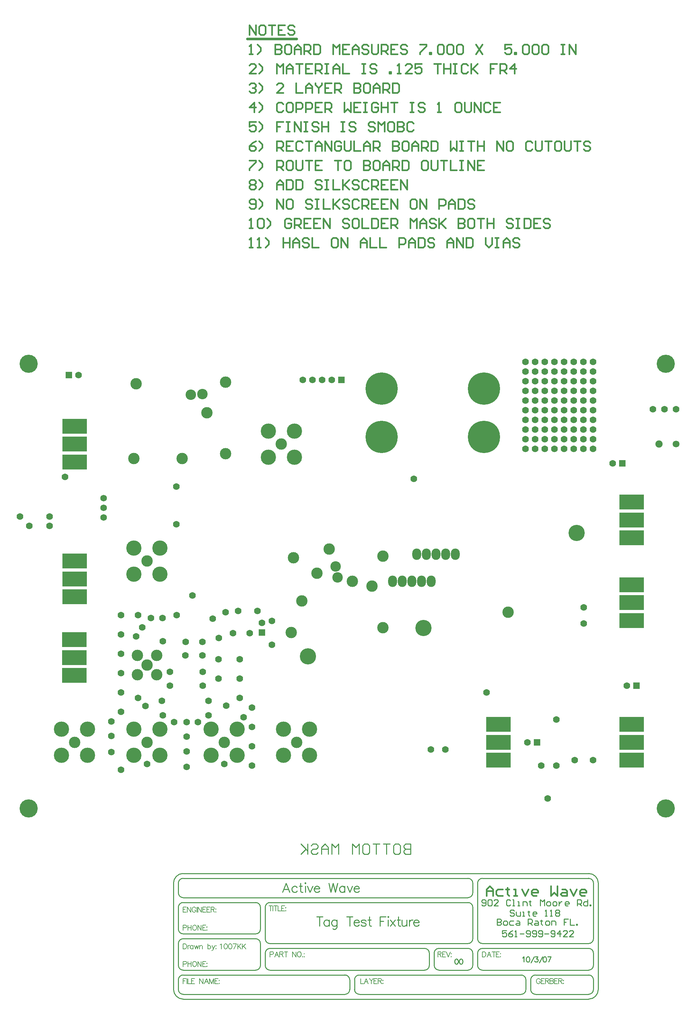
<source format=gbs>
%FSLAX24Y24*%
%MOIN*%
G70*
G01*
G75*
G04 Layer_Color=12517567*
%ADD10R,0.2500X0.1500*%
%ADD11R,0.0500X0.0600*%
%ADD12R,0.1500X0.2500*%
%ADD13R,0.0600X0.0500*%
%ADD14R,0.0300X0.0300*%
%ADD15R,0.0300X0.0300*%
%ADD16O,0.0157X0.0472*%
%ADD17O,0.0800X0.0240*%
%ADD18R,0.0360X0.0360*%
%ADD19R,0.0500X0.0360*%
%ADD20R,0.1102X0.0965*%
%ADD21R,0.0550X0.0400*%
%ADD22R,0.1250X0.0750*%
%ADD23R,0.0820X0.1500*%
%ADD24R,0.4500X0.3500*%
%ADD25C,0.0080*%
%ADD26C,0.0200*%
%ADD27C,0.0250*%
%ADD28C,0.0500*%
%ADD29C,0.0350*%
%ADD30C,0.0100*%
%ADD31C,0.0400*%
%ADD32C,0.0300*%
%ADD33C,0.0780*%
%ADD34C,0.0150*%
%ADD35C,0.1080*%
%ADD36C,0.0090*%
%ADD37C,0.0050*%
%ADD38C,0.1100*%
%ADD39C,0.1000*%
%ADD40C,0.1600*%
%ADD41O,0.0830X0.1100*%
%ADD42C,0.1500*%
%ADD43C,0.0620*%
%ADD44R,0.2500X0.1500*%
%ADD45C,0.1800*%
%ADD46R,0.0620X0.0620*%
%ADD47C,0.0600*%
%ADD48R,0.0620X0.0620*%
%ADD49C,0.0669*%
%ADD50C,0.0630*%
%ADD51C,0.3250*%
%ADD52C,0.1000*%
%ADD53C,0.0120*%
%ADD54R,0.2580X0.1580*%
%ADD55R,0.0580X0.0680*%
%ADD56R,0.1580X0.2580*%
%ADD57R,0.0680X0.0580*%
%ADD58R,0.0380X0.0380*%
%ADD59R,0.0380X0.0380*%
%ADD60O,0.0187X0.0502*%
%ADD61O,0.0880X0.0320*%
%ADD62R,0.0440X0.0440*%
%ADD63R,0.0580X0.0440*%
%ADD64R,0.1182X0.1045*%
%ADD65R,0.0630X0.0480*%
%ADD66R,0.1330X0.0830*%
%ADD67R,0.0900X0.1580*%
%ADD68R,0.4580X0.3580*%
%ADD69C,0.1180*%
%ADD70C,0.1080*%
%ADD71C,0.1680*%
%ADD72O,0.0910X0.1180*%
%ADD73C,0.1580*%
%ADD74C,0.0700*%
%ADD75R,0.2580X0.1580*%
%ADD76C,0.1880*%
%ADD77R,0.0700X0.0700*%
%ADD78C,0.0680*%
%ADD79R,0.0700X0.0700*%
%ADD80C,0.0749*%
%ADD81C,0.0710*%
%ADD82C,0.3330*%
D25*
X-6611Y-27291D02*
X-6560Y-27265D01*
X-6484Y-27189D01*
Y-27722D01*
X-6068Y-27189D02*
X-6144Y-27215D01*
X-6195Y-27291D01*
X-6220Y-27418D01*
Y-27494D01*
X-6195Y-27621D01*
X-6144Y-27697D01*
X-6068Y-27722D01*
X-6017D01*
X-5941Y-27697D01*
X-5890Y-27621D01*
X-5865Y-27494D01*
Y-27418D01*
X-5890Y-27291D01*
X-5941Y-27215D01*
X-6017Y-27189D01*
X-6068D01*
X-5593D02*
X-5669Y-27215D01*
X-5720Y-27291D01*
X-5745Y-27418D01*
Y-27494D01*
X-5720Y-27621D01*
X-5669Y-27697D01*
X-5593Y-27722D01*
X-5542D01*
X-5466Y-27697D01*
X-5415Y-27621D01*
X-5390Y-27494D01*
Y-27418D01*
X-5415Y-27291D01*
X-5466Y-27215D01*
X-5542Y-27189D01*
X-5593D01*
X-4915D02*
X-5169Y-27722D01*
X-5270Y-27189D02*
X-4915D01*
X-4796D02*
Y-27722D01*
X-4440Y-27189D02*
X-4796Y-27545D01*
X-4669Y-27418D02*
X-4440Y-27722D01*
X-4321Y-27189D02*
Y-27722D01*
X-3965Y-27189D02*
X-4321Y-27545D01*
X-4194Y-27418D02*
X-3965Y-27722D01*
D27*
X-3794Y66405D02*
X1306D01*
D30*
X13120Y-16864D02*
Y-17930D01*
X12587D01*
X12409Y-17752D01*
Y-17575D01*
X12587Y-17397D01*
X13120D01*
X12587D01*
X12409Y-17219D01*
Y-17041D01*
X12587Y-16864D01*
X13120D01*
X11521D02*
X11876D01*
X12054Y-17041D01*
Y-17752D01*
X11876Y-17930D01*
X11521D01*
X11343Y-17752D01*
Y-17041D01*
X11521Y-16864D01*
X10987D02*
X10276D01*
X10632D01*
Y-17930D01*
X9921Y-16864D02*
X9210D01*
X9566D01*
Y-17930D01*
X8322Y-16864D02*
X8677D01*
X8855Y-17041D01*
Y-17752D01*
X8677Y-17930D01*
X8322D01*
X8144Y-17752D01*
Y-17041D01*
X8322Y-16864D01*
X7788Y-17930D02*
Y-16864D01*
X7433Y-17219D01*
X7078Y-16864D01*
Y-17930D01*
X5656D02*
Y-16864D01*
X5300Y-17219D01*
X4945Y-16864D01*
Y-17930D01*
X4589D02*
Y-17219D01*
X4234Y-16864D01*
X3879Y-17219D01*
Y-17930D01*
Y-17397D01*
X4589D01*
X2812Y-17041D02*
X2990Y-16864D01*
X3345D01*
X3523Y-17041D01*
Y-17219D01*
X3345Y-17397D01*
X2990D01*
X2812Y-17575D01*
Y-17752D01*
X2990Y-17930D01*
X3345D01*
X3523Y-17752D01*
X2457Y-16864D02*
Y-17930D01*
Y-17575D01*
X1746Y-16864D01*
X2279Y-17397D01*
X1746Y-17930D01*
X6809Y-30912D02*
G03*
X6309Y-30412I-500J0D01*
G01*
X6321Y-32412D02*
G03*
X6809Y-31915I8J480D01*
G01*
X7809Y-30412D02*
G03*
X7309Y-30912I0J-500D01*
G01*
Y-31912D02*
G03*
X7800Y-32412I500J0D01*
G01*
X25059Y-30912D02*
G03*
X24559Y-30412I-500J0D01*
G01*
X24571Y-32412D02*
G03*
X25059Y-31915I8J480D01*
G01*
X25559Y-31922D02*
G03*
X26058Y-32412I490J0D01*
G01*
X26059Y-30412D02*
G03*
X25559Y-30912I0J-500D01*
G01*
X-2441Y-23402D02*
G03*
X-2931Y-22912I-490J0D01*
G01*
X-2921Y-26162D02*
G03*
X-2441Y-25682I0J480D01*
G01*
Y-27152D02*
G03*
X-2948Y-26662I-490J0D01*
G01*
X-1941Y-26672D02*
G03*
X-1451Y-27162I490J0D01*
G01*
X-1941Y-29422D02*
G03*
X-1451Y-29912I490J0D01*
G01*
X-2931D02*
G03*
X-2441Y-29422I0J490D01*
G01*
X15059Y-28152D02*
G03*
X14569Y-27662I-490J0D01*
G01*
Y-29912D02*
G03*
X15059Y-29413I0J490D01*
G01*
X15559Y-29402D02*
G03*
X16060Y-29912I510J0D01*
G01*
X16039Y-27662D02*
G03*
X15560Y-28167I0J-480D01*
G01*
X-1441Y-27662D02*
G03*
X-1941Y-28162I0J-500D01*
G01*
X-1441Y-22912D02*
G03*
X-1941Y-23412I0J-500D01*
G01*
X-10941Y-29412D02*
G03*
X-10450Y-29912I500J0D01*
G01*
X-10441Y-26662D02*
G03*
X-10941Y-27162I0J-500D01*
G01*
Y-25662D02*
G03*
X-10441Y-26162I500J0D01*
G01*
Y-22912D02*
G03*
X-10941Y-23412I0J-500D01*
G01*
Y-21912D02*
G03*
X-10441Y-22412I500J0D01*
G01*
Y-20412D02*
G03*
X-10941Y-20912I0J-500D01*
G01*
X19559D02*
G03*
X19059Y-20412I-500J0D01*
G01*
X20559D02*
G03*
X20059Y-20912I0J-500D01*
G01*
X19059Y-22412D02*
G03*
X19559Y-21912I0J500D01*
G01*
Y-23412D02*
G03*
X19059Y-22912I-500J0D01*
G01*
X-10441Y-30412D02*
G03*
X-10941Y-30912I0J-500D01*
G01*
X19068Y-27162D02*
G03*
X19559Y-26662I-9J500D01*
G01*
X-10941Y-31912D02*
G03*
X-10450Y-32412I500J0D01*
G01*
X19559Y-28152D02*
G03*
X19069Y-27662I-490J0D01*
G01*
X20059Y-29422D02*
G03*
X20558Y-29912I490J0D01*
G01*
X19059Y-29912D02*
G03*
X19559Y-29412I0J500D01*
G01*
X31559Y-32412D02*
G03*
X32059Y-31912I0J500D01*
G01*
X32059Y-30903D02*
G03*
X31559Y-30412I-500J-9D01*
G01*
Y-29912D02*
G03*
X32059Y-29412I0J500D01*
G01*
Y-20902D02*
G03*
X31552Y-20412I-490J0D01*
G01*
X32559Y-20912D02*
G03*
X31559Y-19912I-1000J0D01*
G01*
Y-32912D02*
G03*
X32559Y-31912I0J1000D01*
G01*
X-11441Y-31902D02*
G03*
X-10448Y-32912I1010J0D01*
G01*
X-10441Y-19912D02*
G03*
X-11441Y-20912I0J-1000D01*
G01*
X20059Y-26662D02*
G03*
X20559Y-27162I500J0D01*
G01*
X31559D02*
G03*
X32059Y-26662I0J500D01*
G01*
X20559Y-27662D02*
G03*
X20059Y-28162I0J-500D01*
G01*
X32059Y-28152D02*
G03*
X31569Y-27662I-490J0D01*
G01*
X7809Y-32412D02*
X24559D01*
X-10441D02*
X6309D01*
X-10441Y-30412D02*
X6309D01*
X7809D02*
X24559D01*
X26059Y-32412D02*
X31559D01*
X26059Y-30412D02*
X31559D01*
X-10441Y-20412D02*
X19059D01*
X-10441Y-32912D02*
X31559D01*
X-10441Y-19912D02*
X31559D01*
X-10441Y-29912D02*
X-2941D01*
X-10441Y-26662D02*
X-2941D01*
X-10441Y-26162D02*
X-2941D01*
X-10441Y-22912D02*
X-2941D01*
X-10441Y-22412D02*
X19059D01*
X-1441Y-22912D02*
X19059D01*
X-1441Y-27662D02*
X14559D01*
X-1441Y-29912D02*
X14559D01*
X16059D02*
X19059D01*
X16059Y-27662D02*
X19059D01*
X20559Y-29912D02*
X31559D01*
X20559Y-20412D02*
X31559D01*
X-1441Y-27162D02*
X19059D01*
X20559D02*
X31559D01*
X20559Y-27662D02*
X31559D01*
X6809Y-31912D02*
Y-30912D01*
X7309Y-31912D02*
Y-30912D01*
X25059Y-31912D02*
Y-30912D01*
X25559Y-31912D02*
Y-30912D01*
X32559Y-31912D02*
Y-20912D01*
X-10941Y-29412D02*
Y-27162D01*
X-2441Y-29412D02*
Y-27162D01*
X-10941Y-25662D02*
Y-23412D01*
X-2441Y-25662D02*
Y-23412D01*
X-10941Y-21912D02*
Y-20912D01*
X19559Y-21912D02*
Y-20912D01*
Y-26662D02*
Y-23412D01*
X-1941Y-26662D02*
Y-23412D01*
X15059Y-29412D02*
Y-28162D01*
X-1941Y-29412D02*
Y-28162D01*
X15559Y-29412D02*
Y-28162D01*
X19559Y-29412D02*
Y-28162D01*
X32059Y-31912D02*
Y-30912D01*
X-10941Y-31912D02*
Y-30912D01*
X-11441Y-31912D02*
Y-20912D01*
X20059Y-26662D02*
Y-20912D01*
X32059Y-26662D02*
Y-20912D01*
X20059Y-29412D02*
Y-28162D01*
X32059Y-29412D02*
Y-28152D01*
X22075Y-24619D02*
Y-25259D01*
X22395D01*
X22502Y-25152D01*
Y-25046D01*
X22395Y-24939D01*
X22075D01*
X22395D01*
X22502Y-24832D01*
Y-24726D01*
X22395Y-24619D01*
X22075D01*
X22822Y-25259D02*
X23035D01*
X23142Y-25152D01*
Y-24939D01*
X23035Y-24832D01*
X22822D01*
X22715Y-24939D01*
Y-25152D01*
X22822Y-25259D01*
X23781Y-24832D02*
X23461D01*
X23355Y-24939D01*
Y-25152D01*
X23461Y-25259D01*
X23781D01*
X24101Y-24832D02*
X24314D01*
X24421Y-24939D01*
Y-25259D01*
X24101D01*
X23995Y-25152D01*
X24101Y-25046D01*
X24421D01*
X25274Y-25259D02*
Y-24619D01*
X25594D01*
X25701Y-24726D01*
Y-24939D01*
X25594Y-25046D01*
X25274D01*
X25487D02*
X25701Y-25259D01*
X26021Y-24832D02*
X26234D01*
X26341Y-24939D01*
Y-25259D01*
X26021D01*
X25914Y-25152D01*
X26021Y-25046D01*
X26341D01*
X26660Y-24726D02*
Y-24832D01*
X26554D01*
X26767D01*
X26660D01*
Y-25152D01*
X26767Y-25259D01*
X27194D02*
X27407D01*
X27513Y-25152D01*
Y-24939D01*
X27407Y-24832D01*
X27194D01*
X27087Y-24939D01*
Y-25152D01*
X27194Y-25259D01*
X27727D02*
Y-24832D01*
X28047D01*
X28153Y-24939D01*
Y-25259D01*
X29433Y-24619D02*
X29006D01*
Y-24939D01*
X29220D01*
X29006D01*
Y-25259D01*
X29646Y-24619D02*
Y-25259D01*
X30073D01*
X30286D02*
Y-25152D01*
X30393D01*
Y-25259D01*
X30286D01*
X20475Y-23152D02*
X20582Y-23259D01*
X20795D01*
X20902Y-23152D01*
Y-22726D01*
X20795Y-22619D01*
X20582D01*
X20475Y-22726D01*
Y-22832D01*
X20582Y-22939D01*
X20902D01*
X21115Y-22726D02*
X21222Y-22619D01*
X21435D01*
X21542Y-22726D01*
Y-23152D01*
X21435Y-23259D01*
X21222D01*
X21115Y-23152D01*
Y-22726D01*
X22181Y-23259D02*
X21755D01*
X22181Y-22832D01*
Y-22726D01*
X22075Y-22619D01*
X21861D01*
X21755Y-22726D01*
X23461D02*
X23354Y-22619D01*
X23141D01*
X23034Y-22726D01*
Y-23152D01*
X23141Y-23259D01*
X23354D01*
X23461Y-23152D01*
X23674Y-23259D02*
X23887D01*
X23781D01*
Y-22619D01*
X23674D01*
X24207Y-23259D02*
X24421D01*
X24314D01*
Y-22832D01*
X24207D01*
X24741Y-23259D02*
Y-22832D01*
X25060D01*
X25167Y-22939D01*
Y-23259D01*
X25487Y-22726D02*
Y-22832D01*
X25380D01*
X25594D01*
X25487D01*
Y-23152D01*
X25594Y-23259D01*
X26553D02*
Y-22619D01*
X26767Y-22832D01*
X26980Y-22619D01*
Y-23259D01*
X27300D02*
X27513D01*
X27620Y-23152D01*
Y-22939D01*
X27513Y-22832D01*
X27300D01*
X27193Y-22939D01*
Y-23152D01*
X27300Y-23259D01*
X27939D02*
X28153D01*
X28259Y-23152D01*
Y-22939D01*
X28153Y-22832D01*
X27939D01*
X27833Y-22939D01*
Y-23152D01*
X27939Y-23259D01*
X28473Y-22832D02*
Y-23259D01*
Y-23046D01*
X28579Y-22939D01*
X28686Y-22832D01*
X28793D01*
X29432Y-23259D02*
X29219D01*
X29112Y-23152D01*
Y-22939D01*
X29219Y-22832D01*
X29432D01*
X29539Y-22939D01*
Y-23046D01*
X29112D01*
X30392Y-23259D02*
Y-22619D01*
X30712D01*
X30819Y-22726D01*
Y-22939D01*
X30712Y-23046D01*
X30392D01*
X30605D02*
X30819Y-23259D01*
X31458Y-22619D02*
Y-23259D01*
X31138D01*
X31032Y-23152D01*
Y-22939D01*
X31138Y-22832D01*
X31458D01*
X31672Y-23259D02*
Y-23152D01*
X31778D01*
Y-23259D01*
X31672D01*
X23052Y-25819D02*
X22625D01*
Y-26139D01*
X22838Y-26032D01*
X22945D01*
X23052Y-26139D01*
Y-26352D01*
X22945Y-26459D01*
X22732D01*
X22625Y-26352D01*
X23692Y-25819D02*
X23478Y-25926D01*
X23265Y-26139D01*
Y-26352D01*
X23372Y-26459D01*
X23585D01*
X23692Y-26352D01*
Y-26246D01*
X23585Y-26139D01*
X23265D01*
X23905Y-26459D02*
X24118D01*
X24011D01*
Y-25819D01*
X23905Y-25926D01*
X24438Y-26139D02*
X24864D01*
X25078Y-26352D02*
X25184Y-26459D01*
X25398D01*
X25504Y-26352D01*
Y-25926D01*
X25398Y-25819D01*
X25184D01*
X25078Y-25926D01*
Y-26032D01*
X25184Y-26139D01*
X25504D01*
X25718Y-26352D02*
X25824Y-26459D01*
X26037D01*
X26144Y-26352D01*
Y-25926D01*
X26037Y-25819D01*
X25824D01*
X25718Y-25926D01*
Y-26032D01*
X25824Y-26139D01*
X26144D01*
X26357Y-26352D02*
X26464Y-26459D01*
X26677D01*
X26784Y-26352D01*
Y-25926D01*
X26677Y-25819D01*
X26464D01*
X26357Y-25926D01*
Y-26032D01*
X26464Y-26139D01*
X26784D01*
X26997D02*
X27424D01*
X27637Y-26352D02*
X27744Y-26459D01*
X27957D01*
X28063Y-26352D01*
Y-25926D01*
X27957Y-25819D01*
X27744D01*
X27637Y-25926D01*
Y-26032D01*
X27744Y-26139D01*
X28063D01*
X28597Y-26459D02*
Y-25819D01*
X28277Y-26139D01*
X28703D01*
X29343Y-26459D02*
X28917D01*
X29343Y-26032D01*
Y-25926D01*
X29236Y-25819D01*
X29023D01*
X28917Y-25926D01*
X29983Y-26459D02*
X29556D01*
X29983Y-26032D01*
Y-25926D01*
X29876Y-25819D01*
X29663D01*
X29556Y-25926D01*
X23852Y-23776D02*
X23745Y-23669D01*
X23532D01*
X23425Y-23776D01*
Y-23882D01*
X23532Y-23989D01*
X23745D01*
X23852Y-24096D01*
Y-24202D01*
X23745Y-24309D01*
X23532D01*
X23425Y-24202D01*
X24065Y-23882D02*
Y-24202D01*
X24172Y-24309D01*
X24492D01*
Y-23882D01*
X24705Y-24309D02*
X24918D01*
X24811D01*
Y-23882D01*
X24705D01*
X25345Y-23776D02*
Y-23882D01*
X25238D01*
X25451D01*
X25345D01*
Y-24202D01*
X25451Y-24309D01*
X26091D02*
X25878D01*
X25771Y-24202D01*
Y-23989D01*
X25878Y-23882D01*
X26091D01*
X26198Y-23989D01*
Y-24096D01*
X25771D01*
X27051Y-24309D02*
X27264D01*
X27157D01*
Y-23669D01*
X27051Y-23776D01*
X27584Y-24309D02*
X27797D01*
X27691D01*
Y-23669D01*
X27584Y-23776D01*
X28117D02*
X28224Y-23669D01*
X28437D01*
X28544Y-23776D01*
Y-23882D01*
X28437Y-23989D01*
X28544Y-24096D01*
Y-24202D01*
X28437Y-24309D01*
X28224D01*
X28117Y-24202D01*
Y-24096D01*
X28224Y-23989D01*
X28117Y-23882D01*
Y-23776D01*
X28224Y-23989D02*
X28437D01*
D34*
X20975Y-22209D02*
Y-21543D01*
X21308Y-21209D01*
X21642Y-21543D01*
Y-22209D01*
Y-21709D01*
X20975D01*
X22641Y-21543D02*
X22142D01*
X21975Y-21709D01*
Y-22042D01*
X22142Y-22209D01*
X22641D01*
X23141Y-21376D02*
Y-21543D01*
X22975D01*
X23308D01*
X23141D01*
Y-22042D01*
X23308Y-22209D01*
X23808D02*
X24141D01*
X23974D01*
Y-21543D01*
X23808D01*
X24641D02*
X24974Y-22209D01*
X25307Y-21543D01*
X26140Y-22209D02*
X25807D01*
X25640Y-22042D01*
Y-21709D01*
X25807Y-21543D01*
X26140D01*
X26307Y-21709D01*
Y-21876D01*
X25640D01*
X27640Y-21209D02*
Y-22209D01*
X27973Y-21876D01*
X28306Y-22209D01*
Y-21209D01*
X28806Y-21543D02*
X29139D01*
X29306Y-21709D01*
Y-22209D01*
X28806D01*
X28639Y-22042D01*
X28806Y-21876D01*
X29306D01*
X29639Y-21543D02*
X29972Y-22209D01*
X30306Y-21543D01*
X31139Y-22209D02*
X30805D01*
X30639Y-22042D01*
Y-21709D01*
X30805Y-21543D01*
X31139D01*
X31305Y-21709D01*
Y-21876D01*
X30639D01*
X-3594Y44855D02*
X-3261D01*
X-3427D01*
Y45855D01*
X-3594Y45688D01*
X-2761Y44855D02*
X-2428D01*
X-2594D01*
Y45855D01*
X-2761Y45688D01*
X-1928Y44855D02*
X-1595Y45188D01*
Y45521D01*
X-1928Y45855D01*
X-95D02*
Y44855D01*
Y45355D01*
X571D01*
Y45855D01*
Y44855D01*
X905D02*
Y45521D01*
X1238Y45855D01*
X1571Y45521D01*
Y44855D01*
Y45355D01*
X905D01*
X2571Y45688D02*
X2404Y45855D01*
X2071D01*
X1904Y45688D01*
Y45521D01*
X2071Y45355D01*
X2404D01*
X2571Y45188D01*
Y45022D01*
X2404Y44855D01*
X2071D01*
X1904Y45022D01*
X2904Y45855D02*
Y44855D01*
X3570D01*
X5403Y45855D02*
X5070D01*
X4903Y45688D01*
Y45022D01*
X5070Y44855D01*
X5403D01*
X5570Y45022D01*
Y45688D01*
X5403Y45855D01*
X5903Y44855D02*
Y45855D01*
X6569Y44855D01*
Y45855D01*
X7902Y44855D02*
Y45521D01*
X8235Y45855D01*
X8569Y45521D01*
Y44855D01*
Y45355D01*
X7902D01*
X8902Y45855D02*
Y44855D01*
X9568D01*
X9902Y45855D02*
Y44855D01*
X10568D01*
X11901D02*
Y45855D01*
X12401D01*
X12567Y45688D01*
Y45355D01*
X12401Y45188D01*
X11901D01*
X12901Y44855D02*
Y45521D01*
X13234Y45855D01*
X13567Y45521D01*
Y44855D01*
Y45355D01*
X12901D01*
X13900Y45855D02*
Y44855D01*
X14400D01*
X14567Y45022D01*
Y45688D01*
X14400Y45855D01*
X13900D01*
X15566Y45688D02*
X15400Y45855D01*
X15067D01*
X14900Y45688D01*
Y45521D01*
X15067Y45355D01*
X15400D01*
X15566Y45188D01*
Y45022D01*
X15400Y44855D01*
X15067D01*
X14900Y45022D01*
X16899Y44855D02*
Y45521D01*
X17233Y45855D01*
X17566Y45521D01*
Y44855D01*
Y45355D01*
X16899D01*
X17899Y44855D02*
Y45855D01*
X18565Y44855D01*
Y45855D01*
X18899D02*
Y44855D01*
X19399D01*
X19565Y45022D01*
Y45688D01*
X19399Y45855D01*
X18899D01*
X20898D02*
Y45188D01*
X21231Y44855D01*
X21565Y45188D01*
Y45855D01*
X21898D02*
X22231D01*
X22064D01*
Y44855D01*
X21898D01*
X22231D01*
X22731D02*
Y45521D01*
X23064Y45855D01*
X23397Y45521D01*
Y44855D01*
Y45355D01*
X22731D01*
X24397Y45688D02*
X24230Y45855D01*
X23897D01*
X23730Y45688D01*
Y45521D01*
X23897Y45355D01*
X24230D01*
X24397Y45188D01*
Y45022D01*
X24230Y44855D01*
X23897D01*
X23730Y45022D01*
X-2928Y62855D02*
X-3594D01*
X-2928Y63521D01*
Y63688D01*
X-3094Y63855D01*
X-3427D01*
X-3594Y63688D01*
X-2594Y62855D02*
X-2261Y63188D01*
Y63521D01*
X-2594Y63855D01*
X-762Y62855D02*
Y63855D01*
X-428Y63521D01*
X-95Y63855D01*
Y62855D01*
X238D02*
Y63521D01*
X571Y63855D01*
X905Y63521D01*
Y62855D01*
Y63355D01*
X238D01*
X1238Y63855D02*
X1904D01*
X1571D01*
Y62855D01*
X2904Y63855D02*
X2237D01*
Y62855D01*
X2904D01*
X2237Y63355D02*
X2571D01*
X3237Y62855D02*
Y63855D01*
X3737D01*
X3904Y63688D01*
Y63355D01*
X3737Y63188D01*
X3237D01*
X3570D02*
X3904Y62855D01*
X4237Y63855D02*
X4570D01*
X4403D01*
Y62855D01*
X4237D01*
X4570D01*
X5070D02*
Y63521D01*
X5403Y63855D01*
X5736Y63521D01*
Y62855D01*
Y63355D01*
X5070D01*
X6069Y63855D02*
Y62855D01*
X6736D01*
X8069Y63855D02*
X8402D01*
X8235D01*
Y62855D01*
X8069D01*
X8402D01*
X9568Y63688D02*
X9402Y63855D01*
X9069D01*
X8902Y63688D01*
Y63521D01*
X9069Y63355D01*
X9402D01*
X9568Y63188D01*
Y63022D01*
X9402Y62855D01*
X9069D01*
X8902Y63022D01*
X10901Y62855D02*
Y63022D01*
X11068D01*
Y62855D01*
X10901D01*
X11734D02*
X12068D01*
X11901D01*
Y63855D01*
X11734Y63688D01*
X13234Y62855D02*
X12567D01*
X13234Y63521D01*
Y63688D01*
X13067Y63855D01*
X12734D01*
X12567Y63688D01*
X14234Y63855D02*
X13567D01*
Y63355D01*
X13900Y63521D01*
X14067D01*
X14234Y63355D01*
Y63022D01*
X14067Y62855D01*
X13734D01*
X13567Y63022D01*
X15566Y63855D02*
X16233D01*
X15900D01*
Y62855D01*
X16566Y63855D02*
Y62855D01*
Y63355D01*
X17233D01*
Y63855D01*
Y62855D01*
X17566Y63855D02*
X17899D01*
X17732D01*
Y62855D01*
X17566D01*
X17899D01*
X19065Y63688D02*
X18899Y63855D01*
X18565D01*
X18399Y63688D01*
Y63022D01*
X18565Y62855D01*
X18899D01*
X19065Y63022D01*
X19399Y63855D02*
Y62855D01*
Y63188D01*
X20065Y63855D01*
X19565Y63355D01*
X20065Y62855D01*
X22064Y63855D02*
X21398D01*
Y63355D01*
X21731D01*
X21398D01*
Y62855D01*
X22398D02*
Y63855D01*
X22897D01*
X23064Y63688D01*
Y63355D01*
X22897Y63188D01*
X22398D01*
X22731D02*
X23064Y62855D01*
X23897D02*
Y63855D01*
X23397Y63355D01*
X24064D01*
X-3594Y49022D02*
X-3427Y48855D01*
X-3094D01*
X-2928Y49022D01*
Y49688D01*
X-3094Y49855D01*
X-3427D01*
X-3594Y49688D01*
Y49521D01*
X-3427Y49355D01*
X-2928D01*
X-2594Y48855D02*
X-2261Y49188D01*
Y49521D01*
X-2594Y49855D01*
X-762Y48855D02*
Y49855D01*
X-95Y48855D01*
Y49855D01*
X738D02*
X405D01*
X238Y49688D01*
Y49022D01*
X405Y48855D01*
X738D01*
X905Y49022D01*
Y49688D01*
X738Y49855D01*
X2904Y49688D02*
X2737Y49855D01*
X2404D01*
X2237Y49688D01*
Y49521D01*
X2404Y49355D01*
X2737D01*
X2904Y49188D01*
Y49022D01*
X2737Y48855D01*
X2404D01*
X2237Y49022D01*
X3237Y49855D02*
X3570D01*
X3404D01*
Y48855D01*
X3237D01*
X3570D01*
X4070Y49855D02*
Y48855D01*
X4737D01*
X5070Y49855D02*
Y48855D01*
Y49188D01*
X5736Y49855D01*
X5236Y49355D01*
X5736Y48855D01*
X6736Y49688D02*
X6569Y49855D01*
X6236D01*
X6069Y49688D01*
Y49521D01*
X6236Y49355D01*
X6569D01*
X6736Y49188D01*
Y49022D01*
X6569Y48855D01*
X6236D01*
X6069Y49022D01*
X7736Y49688D02*
X7569Y49855D01*
X7236D01*
X7069Y49688D01*
Y49022D01*
X7236Y48855D01*
X7569D01*
X7736Y49022D01*
X8069Y48855D02*
Y49855D01*
X8569D01*
X8735Y49688D01*
Y49355D01*
X8569Y49188D01*
X8069D01*
X8402D02*
X8735Y48855D01*
X9735Y49855D02*
X9069D01*
Y48855D01*
X9735D01*
X9069Y49355D02*
X9402D01*
X10735Y49855D02*
X10068D01*
Y48855D01*
X10735D01*
X10068Y49355D02*
X10401D01*
X11068Y48855D02*
Y49855D01*
X11734Y48855D01*
Y49855D01*
X13567D02*
X13234D01*
X13067Y49688D01*
Y49022D01*
X13234Y48855D01*
X13567D01*
X13734Y49022D01*
Y49688D01*
X13567Y49855D01*
X14067Y48855D02*
Y49855D01*
X14733Y48855D01*
Y49855D01*
X16066Y48855D02*
Y49855D01*
X16566D01*
X16733Y49688D01*
Y49355D01*
X16566Y49188D01*
X16066D01*
X17066Y48855D02*
Y49521D01*
X17399Y49855D01*
X17732Y49521D01*
Y48855D01*
Y49355D01*
X17066D01*
X18066Y49855D02*
Y48855D01*
X18565D01*
X18732Y49022D01*
Y49688D01*
X18565Y49855D01*
X18066D01*
X19732Y49688D02*
X19565Y49855D01*
X19232D01*
X19065Y49688D01*
Y49521D01*
X19232Y49355D01*
X19565D01*
X19732Y49188D01*
Y49022D01*
X19565Y48855D01*
X19232D01*
X19065Y49022D01*
X-3594Y51688D02*
X-3427Y51855D01*
X-3094D01*
X-2928Y51688D01*
Y51521D01*
X-3094Y51355D01*
X-2928Y51188D01*
Y51022D01*
X-3094Y50855D01*
X-3427D01*
X-3594Y51022D01*
Y51188D01*
X-3427Y51355D01*
X-3594Y51521D01*
Y51688D01*
X-3427Y51355D02*
X-3094D01*
X-2594Y50855D02*
X-2261Y51188D01*
Y51521D01*
X-2594Y51855D01*
X-762Y50855D02*
Y51521D01*
X-428Y51855D01*
X-95Y51521D01*
Y50855D01*
Y51355D01*
X-762D01*
X238Y51855D02*
Y50855D01*
X738D01*
X905Y51022D01*
Y51688D01*
X738Y51855D01*
X238D01*
X1238D02*
Y50855D01*
X1738D01*
X1904Y51022D01*
Y51688D01*
X1738Y51855D01*
X1238D01*
X3904Y51688D02*
X3737Y51855D01*
X3404D01*
X3237Y51688D01*
Y51521D01*
X3404Y51355D01*
X3737D01*
X3904Y51188D01*
Y51022D01*
X3737Y50855D01*
X3404D01*
X3237Y51022D01*
X4237Y51855D02*
X4570D01*
X4403D01*
Y50855D01*
X4237D01*
X4570D01*
X5070Y51855D02*
Y50855D01*
X5736D01*
X6069Y51855D02*
Y50855D01*
Y51188D01*
X6736Y51855D01*
X6236Y51355D01*
X6736Y50855D01*
X7736Y51688D02*
X7569Y51855D01*
X7236D01*
X7069Y51688D01*
Y51521D01*
X7236Y51355D01*
X7569D01*
X7736Y51188D01*
Y51022D01*
X7569Y50855D01*
X7236D01*
X7069Y51022D01*
X8735Y51688D02*
X8569Y51855D01*
X8235D01*
X8069Y51688D01*
Y51022D01*
X8235Y50855D01*
X8569D01*
X8735Y51022D01*
X9069Y50855D02*
Y51855D01*
X9568D01*
X9735Y51688D01*
Y51355D01*
X9568Y51188D01*
X9069D01*
X9402D02*
X9735Y50855D01*
X10735Y51855D02*
X10068D01*
Y50855D01*
X10735D01*
X10068Y51355D02*
X10401D01*
X11734Y51855D02*
X11068D01*
Y50855D01*
X11734D01*
X11068Y51355D02*
X11401D01*
X12068Y50855D02*
Y51855D01*
X12734Y50855D01*
Y51855D01*
X-3594Y53855D02*
X-2928D01*
Y53688D01*
X-3594Y53022D01*
Y52855D01*
X-2594D02*
X-2261Y53188D01*
Y53521D01*
X-2594Y53855D01*
X-762Y52855D02*
Y53855D01*
X-262D01*
X-95Y53688D01*
Y53355D01*
X-262Y53188D01*
X-762D01*
X-428D02*
X-95Y52855D01*
X738Y53855D02*
X405D01*
X238Y53688D01*
Y53022D01*
X405Y52855D01*
X738D01*
X905Y53022D01*
Y53688D01*
X738Y53855D01*
X1238D02*
Y53022D01*
X1404Y52855D01*
X1738D01*
X1904Y53022D01*
Y53855D01*
X2237D02*
X2904D01*
X2571D01*
Y52855D01*
X3904Y53855D02*
X3237D01*
Y52855D01*
X3904D01*
X3237Y53355D02*
X3570D01*
X5236Y53855D02*
X5903D01*
X5570D01*
Y52855D01*
X6736Y53855D02*
X6403D01*
X6236Y53688D01*
Y53022D01*
X6403Y52855D01*
X6736D01*
X6903Y53022D01*
Y53688D01*
X6736Y53855D01*
X8235D02*
Y52855D01*
X8735D01*
X8902Y53022D01*
Y53188D01*
X8735Y53355D01*
X8235D01*
X8735D01*
X8902Y53521D01*
Y53688D01*
X8735Y53855D01*
X8235D01*
X9735D02*
X9402D01*
X9235Y53688D01*
Y53022D01*
X9402Y52855D01*
X9735D01*
X9902Y53022D01*
Y53688D01*
X9735Y53855D01*
X10235Y52855D02*
Y53521D01*
X10568Y53855D01*
X10901Y53521D01*
Y52855D01*
Y53355D01*
X10235D01*
X11235Y52855D02*
Y53855D01*
X11734D01*
X11901Y53688D01*
Y53355D01*
X11734Y53188D01*
X11235D01*
X11568D02*
X11901Y52855D01*
X12234Y53855D02*
Y52855D01*
X12734D01*
X12901Y53022D01*
Y53688D01*
X12734Y53855D01*
X12234D01*
X14733D02*
X14400D01*
X14234Y53688D01*
Y53022D01*
X14400Y52855D01*
X14733D01*
X14900Y53022D01*
Y53688D01*
X14733Y53855D01*
X15233D02*
Y53022D01*
X15400Y52855D01*
X15733D01*
X15900Y53022D01*
Y53855D01*
X16233D02*
X16899D01*
X16566D01*
Y52855D01*
X17233Y53855D02*
Y52855D01*
X17899D01*
X18232Y53855D02*
X18565D01*
X18399D01*
Y52855D01*
X18232D01*
X18565D01*
X19065D02*
Y53855D01*
X19732Y52855D01*
Y53855D01*
X20731D02*
X20065D01*
Y52855D01*
X20731D01*
X20065Y53355D02*
X20398D01*
X-2928Y55855D02*
X-3261Y55688D01*
X-3594Y55355D01*
Y55022D01*
X-3427Y54855D01*
X-3094D01*
X-2928Y55022D01*
Y55188D01*
X-3094Y55355D01*
X-3594D01*
X-2594Y54855D02*
X-2261Y55188D01*
Y55521D01*
X-2594Y55855D01*
X-762Y54855D02*
Y55855D01*
X-262D01*
X-95Y55688D01*
Y55355D01*
X-262Y55188D01*
X-762D01*
X-428D02*
X-95Y54855D01*
X905Y55855D02*
X238D01*
Y54855D01*
X905D01*
X238Y55355D02*
X571D01*
X1904Y55688D02*
X1738Y55855D01*
X1404D01*
X1238Y55688D01*
Y55022D01*
X1404Y54855D01*
X1738D01*
X1904Y55022D01*
X2237Y55855D02*
X2904D01*
X2571D01*
Y54855D01*
X3237D02*
Y55521D01*
X3570Y55855D01*
X3904Y55521D01*
Y54855D01*
Y55355D01*
X3237D01*
X4237Y54855D02*
Y55855D01*
X4903Y54855D01*
Y55855D01*
X5903Y55688D02*
X5736Y55855D01*
X5403D01*
X5236Y55688D01*
Y55022D01*
X5403Y54855D01*
X5736D01*
X5903Y55022D01*
Y55355D01*
X5570D01*
X6236Y55855D02*
Y55022D01*
X6403Y54855D01*
X6736D01*
X6903Y55022D01*
Y55855D01*
X7236D02*
Y54855D01*
X7902D01*
X8235D02*
Y55521D01*
X8569Y55855D01*
X8902Y55521D01*
Y54855D01*
Y55355D01*
X8235D01*
X9235Y54855D02*
Y55855D01*
X9735D01*
X9902Y55688D01*
Y55355D01*
X9735Y55188D01*
X9235D01*
X9568D02*
X9902Y54855D01*
X11235Y55855D02*
Y54855D01*
X11734D01*
X11901Y55022D01*
Y55188D01*
X11734Y55355D01*
X11235D01*
X11734D01*
X11901Y55521D01*
Y55688D01*
X11734Y55855D01*
X11235D01*
X12734D02*
X12401D01*
X12234Y55688D01*
Y55022D01*
X12401Y54855D01*
X12734D01*
X12901Y55022D01*
Y55688D01*
X12734Y55855D01*
X13234Y54855D02*
Y55521D01*
X13567Y55855D01*
X13900Y55521D01*
Y54855D01*
Y55355D01*
X13234D01*
X14234Y54855D02*
Y55855D01*
X14733D01*
X14900Y55688D01*
Y55355D01*
X14733Y55188D01*
X14234D01*
X14567D02*
X14900Y54855D01*
X15233Y55855D02*
Y54855D01*
X15733D01*
X15900Y55022D01*
Y55688D01*
X15733Y55855D01*
X15233D01*
X17233D02*
Y54855D01*
X17566Y55188D01*
X17899Y54855D01*
Y55855D01*
X18232D02*
X18565D01*
X18399D01*
Y54855D01*
X18232D01*
X18565D01*
X19065Y55855D02*
X19732D01*
X19399D01*
Y54855D01*
X20065Y55855D02*
Y54855D01*
Y55355D01*
X20731D01*
Y55855D01*
Y54855D01*
X22064D02*
Y55855D01*
X22731Y54855D01*
Y55855D01*
X23564D02*
X23231D01*
X23064Y55688D01*
Y55022D01*
X23231Y54855D01*
X23564D01*
X23730Y55022D01*
Y55688D01*
X23564Y55855D01*
X25730Y55688D02*
X25563Y55855D01*
X25230D01*
X25063Y55688D01*
Y55022D01*
X25230Y54855D01*
X25563D01*
X25730Y55022D01*
X26063Y55855D02*
Y55022D01*
X26230Y54855D01*
X26563D01*
X26730Y55022D01*
Y55855D01*
X27063D02*
X27729D01*
X27396D01*
Y54855D01*
X28562Y55855D02*
X28229D01*
X28062Y55688D01*
Y55022D01*
X28229Y54855D01*
X28562D01*
X28729Y55022D01*
Y55688D01*
X28562Y55855D01*
X29062D02*
Y55022D01*
X29229Y54855D01*
X29562D01*
X29729Y55022D01*
Y55855D01*
X30062D02*
X30728D01*
X30395D01*
Y54855D01*
X31728Y55688D02*
X31561Y55855D01*
X31228D01*
X31061Y55688D01*
Y55521D01*
X31228Y55355D01*
X31561D01*
X31728Y55188D01*
Y55022D01*
X31561Y54855D01*
X31228D01*
X31061Y55022D01*
X-2928Y57855D02*
X-3594D01*
Y57355D01*
X-3261Y57521D01*
X-3094D01*
X-2928Y57355D01*
Y57022D01*
X-3094Y56855D01*
X-3427D01*
X-3594Y57022D01*
X-2594Y56855D02*
X-2261Y57188D01*
Y57521D01*
X-2594Y57855D01*
X-95D02*
X-762D01*
Y57355D01*
X-428D01*
X-762D01*
Y56855D01*
X238Y57855D02*
X571D01*
X405D01*
Y56855D01*
X238D01*
X571D01*
X1071D02*
Y57855D01*
X1738Y56855D01*
Y57855D01*
X2071D02*
X2404D01*
X2237D01*
Y56855D01*
X2071D01*
X2404D01*
X3570Y57688D02*
X3404Y57855D01*
X3070D01*
X2904Y57688D01*
Y57521D01*
X3070Y57355D01*
X3404D01*
X3570Y57188D01*
Y57022D01*
X3404Y56855D01*
X3070D01*
X2904Y57022D01*
X3904Y57855D02*
Y56855D01*
Y57355D01*
X4570D01*
Y57855D01*
Y56855D01*
X5903Y57855D02*
X6236D01*
X6069D01*
Y56855D01*
X5903D01*
X6236D01*
X7402Y57688D02*
X7236Y57855D01*
X6903D01*
X6736Y57688D01*
Y57521D01*
X6903Y57355D01*
X7236D01*
X7402Y57188D01*
Y57022D01*
X7236Y56855D01*
X6903D01*
X6736Y57022D01*
X9402Y57688D02*
X9235Y57855D01*
X8902D01*
X8735Y57688D01*
Y57521D01*
X8902Y57355D01*
X9235D01*
X9402Y57188D01*
Y57022D01*
X9235Y56855D01*
X8902D01*
X8735Y57022D01*
X9735Y56855D02*
Y57855D01*
X10068Y57521D01*
X10401Y57855D01*
Y56855D01*
X11235Y57855D02*
X10901D01*
X10735Y57688D01*
Y57022D01*
X10901Y56855D01*
X11235D01*
X11401Y57022D01*
Y57688D01*
X11235Y57855D01*
X11734D02*
Y56855D01*
X12234D01*
X12401Y57022D01*
Y57188D01*
X12234Y57355D01*
X11734D01*
X12234D01*
X12401Y57521D01*
Y57688D01*
X12234Y57855D01*
X11734D01*
X13400Y57688D02*
X13234Y57855D01*
X12901D01*
X12734Y57688D01*
Y57022D01*
X12901Y56855D01*
X13234D01*
X13400Y57022D01*
X-3094Y58855D02*
Y59855D01*
X-3594Y59355D01*
X-2928D01*
X-2594Y58855D02*
X-2261Y59188D01*
Y59521D01*
X-2594Y59855D01*
X-95Y59688D02*
X-262Y59855D01*
X-595D01*
X-762Y59688D01*
Y59022D01*
X-595Y58855D01*
X-262D01*
X-95Y59022D01*
X738Y59855D02*
X405D01*
X238Y59688D01*
Y59022D01*
X405Y58855D01*
X738D01*
X905Y59022D01*
Y59688D01*
X738Y59855D01*
X1238Y58855D02*
Y59855D01*
X1738D01*
X1904Y59688D01*
Y59355D01*
X1738Y59188D01*
X1238D01*
X2237Y58855D02*
Y59855D01*
X2737D01*
X2904Y59688D01*
Y59355D01*
X2737Y59188D01*
X2237D01*
X3904Y59855D02*
X3237D01*
Y58855D01*
X3904D01*
X3237Y59355D02*
X3570D01*
X4237Y58855D02*
Y59855D01*
X4737D01*
X4903Y59688D01*
Y59355D01*
X4737Y59188D01*
X4237D01*
X4570D02*
X4903Y58855D01*
X6236Y59855D02*
Y58855D01*
X6569Y59188D01*
X6903Y58855D01*
Y59855D01*
X7902D02*
X7236D01*
Y58855D01*
X7902D01*
X7236Y59355D02*
X7569D01*
X8235Y59855D02*
X8569D01*
X8402D01*
Y58855D01*
X8235D01*
X8569D01*
X9735Y59688D02*
X9568Y59855D01*
X9235D01*
X9069Y59688D01*
Y59022D01*
X9235Y58855D01*
X9568D01*
X9735Y59022D01*
Y59355D01*
X9402D01*
X10068Y59855D02*
Y58855D01*
Y59355D01*
X10735D01*
Y59855D01*
Y58855D01*
X11068Y59855D02*
X11734D01*
X11401D01*
Y58855D01*
X13067Y59855D02*
X13400D01*
X13234D01*
Y58855D01*
X13067D01*
X13400D01*
X14567Y59688D02*
X14400Y59855D01*
X14067D01*
X13900Y59688D01*
Y59521D01*
X14067Y59355D01*
X14400D01*
X14567Y59188D01*
Y59022D01*
X14400Y58855D01*
X14067D01*
X13900Y59022D01*
X15900Y58855D02*
X16233D01*
X16066D01*
Y59855D01*
X15900Y59688D01*
X18232Y59855D02*
X17899D01*
X17732Y59688D01*
Y59022D01*
X17899Y58855D01*
X18232D01*
X18399Y59022D01*
Y59688D01*
X18232Y59855D01*
X18732D02*
Y59022D01*
X18899Y58855D01*
X19232D01*
X19399Y59022D01*
Y59855D01*
X19732Y58855D02*
Y59855D01*
X20398Y58855D01*
Y59855D01*
X21398Y59688D02*
X21231Y59855D01*
X20898D01*
X20731Y59688D01*
Y59022D01*
X20898Y58855D01*
X21231D01*
X21398Y59022D01*
X22398Y59855D02*
X21731D01*
Y58855D01*
X22398D01*
X21731Y59355D02*
X22064D01*
X-3594Y61688D02*
X-3427Y61855D01*
X-3094D01*
X-2928Y61688D01*
Y61521D01*
X-3094Y61355D01*
X-3261D01*
X-3094D01*
X-2928Y61188D01*
Y61022D01*
X-3094Y60855D01*
X-3427D01*
X-3594Y61022D01*
X-2594Y60855D02*
X-2261Y61188D01*
Y61521D01*
X-2594Y61855D01*
X-95Y60855D02*
X-762D01*
X-95Y61521D01*
Y61688D01*
X-262Y61855D01*
X-595D01*
X-762Y61688D01*
X1238Y61855D02*
Y60855D01*
X1904D01*
X2237D02*
Y61521D01*
X2571Y61855D01*
X2904Y61521D01*
Y60855D01*
Y61355D01*
X2237D01*
X3237Y61855D02*
Y61688D01*
X3570Y61355D01*
X3904Y61688D01*
Y61855D01*
X3570Y61355D02*
Y60855D01*
X4903Y61855D02*
X4237D01*
Y60855D01*
X4903D01*
X4237Y61355D02*
X4570D01*
X5236Y60855D02*
Y61855D01*
X5736D01*
X5903Y61688D01*
Y61355D01*
X5736Y61188D01*
X5236D01*
X5570D02*
X5903Y60855D01*
X7236Y61855D02*
Y60855D01*
X7736D01*
X7902Y61022D01*
Y61188D01*
X7736Y61355D01*
X7236D01*
X7736D01*
X7902Y61521D01*
Y61688D01*
X7736Y61855D01*
X7236D01*
X8735D02*
X8402D01*
X8235Y61688D01*
Y61022D01*
X8402Y60855D01*
X8735D01*
X8902Y61022D01*
Y61688D01*
X8735Y61855D01*
X9235Y60855D02*
Y61521D01*
X9568Y61855D01*
X9902Y61521D01*
Y60855D01*
Y61355D01*
X9235D01*
X10235Y60855D02*
Y61855D01*
X10735D01*
X10901Y61688D01*
Y61355D01*
X10735Y61188D01*
X10235D01*
X10568D02*
X10901Y60855D01*
X11235Y61855D02*
Y60855D01*
X11734D01*
X11901Y61022D01*
Y61688D01*
X11734Y61855D01*
X11235D01*
X-3594Y46855D02*
X-3261D01*
X-3427D01*
Y47855D01*
X-3594Y47688D01*
X-2761D02*
X-2594Y47855D01*
X-2261D01*
X-2095Y47688D01*
Y47022D01*
X-2261Y46855D01*
X-2594D01*
X-2761Y47022D01*
Y47688D01*
X-1761Y46855D02*
X-1428Y47188D01*
Y47521D01*
X-1761Y47855D01*
X738Y47688D02*
X571Y47855D01*
X238D01*
X71Y47688D01*
Y47022D01*
X238Y46855D01*
X571D01*
X738Y47022D01*
Y47355D01*
X405D01*
X1071Y46855D02*
Y47855D01*
X1571D01*
X1738Y47688D01*
Y47355D01*
X1571Y47188D01*
X1071D01*
X1404D02*
X1738Y46855D01*
X2737Y47855D02*
X2071D01*
Y46855D01*
X2737D01*
X2071Y47355D02*
X2404D01*
X3737Y47855D02*
X3070D01*
Y46855D01*
X3737D01*
X3070Y47355D02*
X3404D01*
X4070Y46855D02*
Y47855D01*
X4737Y46855D01*
Y47855D01*
X6736Y47688D02*
X6569Y47855D01*
X6236D01*
X6069Y47688D01*
Y47521D01*
X6236Y47355D01*
X6569D01*
X6736Y47188D01*
Y47022D01*
X6569Y46855D01*
X6236D01*
X6069Y47022D01*
X7569Y47855D02*
X7236D01*
X7069Y47688D01*
Y47022D01*
X7236Y46855D01*
X7569D01*
X7736Y47022D01*
Y47688D01*
X7569Y47855D01*
X8069D02*
Y46855D01*
X8735D01*
X9069Y47855D02*
Y46855D01*
X9568D01*
X9735Y47022D01*
Y47688D01*
X9568Y47855D01*
X9069D01*
X10735D02*
X10068D01*
Y46855D01*
X10735D01*
X10068Y47355D02*
X10401D01*
X11068Y46855D02*
Y47855D01*
X11568D01*
X11734Y47688D01*
Y47355D01*
X11568Y47188D01*
X11068D01*
X11401D02*
X11734Y46855D01*
X13067D02*
Y47855D01*
X13400Y47521D01*
X13734Y47855D01*
Y46855D01*
X14067D02*
Y47521D01*
X14400Y47855D01*
X14733Y47521D01*
Y46855D01*
Y47355D01*
X14067D01*
X15733Y47688D02*
X15566Y47855D01*
X15233D01*
X15067Y47688D01*
Y47521D01*
X15233Y47355D01*
X15566D01*
X15733Y47188D01*
Y47022D01*
X15566Y46855D01*
X15233D01*
X15067Y47022D01*
X16066Y47855D02*
Y46855D01*
Y47188D01*
X16733Y47855D01*
X16233Y47355D01*
X16733Y46855D01*
X18066Y47855D02*
Y46855D01*
X18565D01*
X18732Y47022D01*
Y47188D01*
X18565Y47355D01*
X18066D01*
X18565D01*
X18732Y47521D01*
Y47688D01*
X18565Y47855D01*
X18066D01*
X19565D02*
X19232D01*
X19065Y47688D01*
Y47022D01*
X19232Y46855D01*
X19565D01*
X19732Y47022D01*
Y47688D01*
X19565Y47855D01*
X20065D02*
X20731D01*
X20398D01*
Y46855D01*
X21065Y47855D02*
Y46855D01*
Y47355D01*
X21731D01*
Y47855D01*
Y46855D01*
X23730Y47688D02*
X23564Y47855D01*
X23231D01*
X23064Y47688D01*
Y47521D01*
X23231Y47355D01*
X23564D01*
X23730Y47188D01*
Y47022D01*
X23564Y46855D01*
X23231D01*
X23064Y47022D01*
X24064Y47855D02*
X24397D01*
X24230D01*
Y46855D01*
X24064D01*
X24397D01*
X24897Y47855D02*
Y46855D01*
X25397D01*
X25563Y47022D01*
Y47688D01*
X25397Y47855D01*
X24897D01*
X26563D02*
X25896D01*
Y46855D01*
X26563D01*
X25896Y47355D02*
X26230D01*
X27563Y47688D02*
X27396Y47855D01*
X27063D01*
X26896Y47688D01*
Y47521D01*
X27063Y47355D01*
X27396D01*
X27563Y47188D01*
Y47022D01*
X27396Y46855D01*
X27063D01*
X26896Y47022D01*
X-3594Y66855D02*
Y67855D01*
X-2928Y66855D01*
Y67855D01*
X-2095D02*
X-2428D01*
X-2594Y67688D01*
Y67022D01*
X-2428Y66855D01*
X-2095D01*
X-1928Y67022D01*
Y67688D01*
X-2095Y67855D01*
X-1595D02*
X-928D01*
X-1261D01*
Y66855D01*
X71Y67855D02*
X-595D01*
Y66855D01*
X71D01*
X-595Y67355D02*
X-262D01*
X1071Y67688D02*
X905Y67855D01*
X571D01*
X405Y67688D01*
Y67521D01*
X571Y67355D01*
X905D01*
X1071Y67188D01*
Y67022D01*
X905Y66855D01*
X571D01*
X405Y67022D01*
X-3594Y64855D02*
X-3261D01*
X-3427D01*
Y65855D01*
X-3594Y65688D01*
X-2761Y64855D02*
X-2428Y65188D01*
Y65521D01*
X-2761Y65855D01*
X-928D02*
Y64855D01*
X-428D01*
X-262Y65022D01*
Y65188D01*
X-428Y65355D01*
X-928D01*
X-428D01*
X-262Y65521D01*
Y65688D01*
X-428Y65855D01*
X-928D01*
X571D02*
X238D01*
X71Y65688D01*
Y65022D01*
X238Y64855D01*
X571D01*
X738Y65022D01*
Y65688D01*
X571Y65855D01*
X1071Y64855D02*
Y65521D01*
X1404Y65855D01*
X1738Y65521D01*
Y64855D01*
Y65355D01*
X1071D01*
X2071Y64855D02*
Y65855D01*
X2571D01*
X2737Y65688D01*
Y65355D01*
X2571Y65188D01*
X2071D01*
X2404D02*
X2737Y64855D01*
X3070Y65855D02*
Y64855D01*
X3570D01*
X3737Y65022D01*
Y65688D01*
X3570Y65855D01*
X3070D01*
X5070Y64855D02*
Y65855D01*
X5403Y65521D01*
X5736Y65855D01*
Y64855D01*
X6736Y65855D02*
X6069D01*
Y64855D01*
X6736D01*
X6069Y65355D02*
X6403D01*
X7069Y64855D02*
Y65521D01*
X7402Y65855D01*
X7736Y65521D01*
Y64855D01*
Y65355D01*
X7069D01*
X8735Y65688D02*
X8569Y65855D01*
X8235D01*
X8069Y65688D01*
Y65521D01*
X8235Y65355D01*
X8569D01*
X8735Y65188D01*
Y65022D01*
X8569Y64855D01*
X8235D01*
X8069Y65022D01*
X9069Y65855D02*
Y65022D01*
X9235Y64855D01*
X9568D01*
X9735Y65022D01*
Y65855D01*
X10068Y64855D02*
Y65855D01*
X10568D01*
X10735Y65688D01*
Y65355D01*
X10568Y65188D01*
X10068D01*
X10401D02*
X10735Y64855D01*
X11734Y65855D02*
X11068D01*
Y64855D01*
X11734D01*
X11068Y65355D02*
X11401D01*
X12734Y65688D02*
X12567Y65855D01*
X12234D01*
X12068Y65688D01*
Y65521D01*
X12234Y65355D01*
X12567D01*
X12734Y65188D01*
Y65022D01*
X12567Y64855D01*
X12234D01*
X12068Y65022D01*
X14067Y65855D02*
X14733D01*
Y65688D01*
X14067Y65022D01*
Y64855D01*
X15067D02*
Y65022D01*
X15233D01*
Y64855D01*
X15067D01*
X15900Y65688D02*
X16066Y65855D01*
X16400D01*
X16566Y65688D01*
Y65022D01*
X16400Y64855D01*
X16066D01*
X15900Y65022D01*
Y65688D01*
X16899D02*
X17066Y65855D01*
X17399D01*
X17566Y65688D01*
Y65022D01*
X17399Y64855D01*
X17066D01*
X16899Y65022D01*
Y65688D01*
X17899D02*
X18066Y65855D01*
X18399D01*
X18565Y65688D01*
Y65022D01*
X18399Y64855D01*
X18066D01*
X17899Y65022D01*
Y65688D01*
X19898Y65855D02*
X20565Y64855D01*
Y65855D02*
X19898Y64855D01*
X23564Y65855D02*
X22897D01*
Y65355D01*
X23231Y65521D01*
X23397D01*
X23564Y65355D01*
Y65022D01*
X23397Y64855D01*
X23064D01*
X22897Y65022D01*
X23897Y64855D02*
Y65022D01*
X24064D01*
Y64855D01*
X23897D01*
X24730Y65688D02*
X24897Y65855D01*
X25230D01*
X25397Y65688D01*
Y65022D01*
X25230Y64855D01*
X24897D01*
X24730Y65022D01*
Y65688D01*
X25730D02*
X25896Y65855D01*
X26230D01*
X26396Y65688D01*
Y65022D01*
X26230Y64855D01*
X25896D01*
X25730Y65022D01*
Y65688D01*
X26730D02*
X26896Y65855D01*
X27229D01*
X27396Y65688D01*
Y65022D01*
X27229Y64855D01*
X26896D01*
X26730Y65022D01*
Y65688D01*
X28729Y65855D02*
X29062D01*
X28895D01*
Y64855D01*
X28729D01*
X29062D01*
X29562D02*
Y65855D01*
X30228Y64855D01*
Y65855D01*
D36*
X3690Y-24390D02*
Y-25350D01*
X3370Y-24390D02*
X4010D01*
X4673Y-24710D02*
Y-25350D01*
Y-24847D02*
X4581Y-24756D01*
X4490Y-24710D01*
X4353D01*
X4261Y-24756D01*
X4170Y-24847D01*
X4124Y-24984D01*
Y-25076D01*
X4170Y-25213D01*
X4261Y-25304D01*
X4353Y-25350D01*
X4490D01*
X4581Y-25304D01*
X4673Y-25213D01*
X5477Y-24710D02*
Y-25441D01*
X5431Y-25579D01*
X5386Y-25624D01*
X5294Y-25670D01*
X5157D01*
X5066Y-25624D01*
X5477Y-24847D02*
X5386Y-24756D01*
X5294Y-24710D01*
X5157D01*
X5066Y-24756D01*
X4974Y-24847D01*
X4929Y-24984D01*
Y-25076D01*
X4974Y-25213D01*
X5066Y-25304D01*
X5157Y-25350D01*
X5294D01*
X5386Y-25304D01*
X5477Y-25213D01*
X6807Y-24390D02*
Y-25350D01*
X6487Y-24390D02*
X7127D01*
X7241Y-24984D02*
X7790D01*
Y-24893D01*
X7744Y-24802D01*
X7698Y-24756D01*
X7607Y-24710D01*
X7470D01*
X7378Y-24756D01*
X7287Y-24847D01*
X7241Y-24984D01*
Y-25076D01*
X7287Y-25213D01*
X7378Y-25304D01*
X7470Y-25350D01*
X7607D01*
X7698Y-25304D01*
X7790Y-25213D01*
X8498Y-24847D02*
X8452Y-24756D01*
X8315Y-24710D01*
X8178D01*
X8041Y-24756D01*
X7995Y-24847D01*
X8041Y-24939D01*
X8132Y-24984D01*
X8361Y-25030D01*
X8452Y-25076D01*
X8498Y-25167D01*
Y-25213D01*
X8452Y-25304D01*
X8315Y-25350D01*
X8178D01*
X8041Y-25304D01*
X7995Y-25213D01*
X8836Y-24390D02*
Y-25167D01*
X8882Y-25304D01*
X8973Y-25350D01*
X9065D01*
X8699Y-24710D02*
X9019D01*
X9956Y-24390D02*
Y-25350D01*
Y-24390D02*
X10550D01*
X9956Y-24847D02*
X10322D01*
X10751Y-24390D02*
X10797Y-24436D01*
X10843Y-24390D01*
X10797Y-24344D01*
X10751Y-24390D01*
X10797Y-24710D02*
Y-25350D01*
X11012Y-24710D02*
X11515Y-25350D01*
Y-24710D02*
X11012Y-25350D01*
X11853Y-24390D02*
Y-25167D01*
X11898Y-25304D01*
X11990Y-25350D01*
X12081D01*
X11716Y-24710D02*
X12036D01*
X12218D02*
Y-25167D01*
X12264Y-25304D01*
X12356Y-25350D01*
X12493D01*
X12584Y-25304D01*
X12721Y-25167D01*
Y-24710D02*
Y-25350D01*
X12973Y-24710D02*
Y-25350D01*
Y-24984D02*
X13018Y-24847D01*
X13110Y-24756D01*
X13201Y-24710D01*
X13338D01*
X13425Y-24984D02*
X13973D01*
Y-24893D01*
X13928Y-24802D01*
X13882Y-24756D01*
X13791Y-24710D01*
X13654D01*
X13562Y-24756D01*
X13471Y-24847D01*
X13425Y-24984D01*
Y-25076D01*
X13471Y-25213D01*
X13562Y-25304D01*
X13654Y-25350D01*
X13791D01*
X13882Y-25304D01*
X13973Y-25213D01*
X590Y-21862D02*
X225Y-20902D01*
X-141Y-21862D01*
X-4Y-21542D02*
X453D01*
X1363Y-21359D02*
X1271Y-21268D01*
X1180Y-21222D01*
X1043D01*
X952Y-21268D01*
X860Y-21359D01*
X814Y-21496D01*
Y-21588D01*
X860Y-21725D01*
X952Y-21816D01*
X1043Y-21862D01*
X1180D01*
X1271Y-21816D01*
X1363Y-21725D01*
X1706Y-20902D02*
Y-21679D01*
X1751Y-21816D01*
X1843Y-21862D01*
X1934D01*
X1569Y-21222D02*
X1888D01*
X2163Y-20902D02*
X2208Y-20948D01*
X2254Y-20902D01*
X2208Y-20856D01*
X2163Y-20902D01*
X2208Y-21222D02*
Y-21862D01*
X2423Y-21222D02*
X2697Y-21862D01*
X2972Y-21222D02*
X2697Y-21862D01*
X3127Y-21496D02*
X3676D01*
Y-21405D01*
X3630Y-21313D01*
X3584Y-21268D01*
X3493Y-21222D01*
X3356D01*
X3264Y-21268D01*
X3173Y-21359D01*
X3127Y-21496D01*
Y-21588D01*
X3173Y-21725D01*
X3264Y-21816D01*
X3356Y-21862D01*
X3493D01*
X3584Y-21816D01*
X3676Y-21725D01*
X4635Y-20902D02*
X4864Y-21862D01*
X5092Y-20902D02*
X4864Y-21862D01*
X5092Y-20902D02*
X5321Y-21862D01*
X5549Y-20902D02*
X5321Y-21862D01*
X6290Y-21222D02*
Y-21862D01*
Y-21359D02*
X6198Y-21268D01*
X6107Y-21222D01*
X5970D01*
X5878Y-21268D01*
X5787Y-21359D01*
X5741Y-21496D01*
Y-21588D01*
X5787Y-21725D01*
X5878Y-21816D01*
X5970Y-21862D01*
X6107D01*
X6198Y-21816D01*
X6290Y-21725D01*
X6546Y-21222D02*
X6820Y-21862D01*
X7094Y-21222D02*
X6820Y-21862D01*
X7250Y-21496D02*
X7798D01*
Y-21405D01*
X7752Y-21313D01*
X7707Y-21268D01*
X7615Y-21222D01*
X7478D01*
X7387Y-21268D01*
X7295Y-21359D01*
X7250Y-21496D01*
Y-21588D01*
X7295Y-21725D01*
X7387Y-21816D01*
X7478Y-21862D01*
X7615D01*
X7707Y-21816D01*
X7798Y-21725D01*
X17837Y-28754D02*
X17760Y-28779D01*
X17710Y-28855D01*
X17684Y-28982D01*
Y-29058D01*
X17710Y-29185D01*
X17760Y-29261D01*
X17837Y-29287D01*
X17887D01*
X17964Y-29261D01*
X18014Y-29185D01*
X18040Y-29058D01*
Y-28982D01*
X18014Y-28855D01*
X17964Y-28779D01*
X17887Y-28754D01*
X17837D01*
X18311D02*
X18235Y-28779D01*
X18184Y-28855D01*
X18159Y-28982D01*
Y-29058D01*
X18184Y-29185D01*
X18235Y-29261D01*
X18311Y-29287D01*
X18362D01*
X18438Y-29261D01*
X18489Y-29185D01*
X18514Y-29058D01*
Y-28982D01*
X18489Y-28855D01*
X18438Y-28779D01*
X18362Y-28754D01*
X18311D01*
X24707Y-28635D02*
X24758Y-28609D01*
X24834Y-28533D01*
Y-29066D01*
X25250Y-28533D02*
X25174Y-28559D01*
X25123Y-28635D01*
X25098Y-28762D01*
Y-28838D01*
X25123Y-28965D01*
X25174Y-29041D01*
X25250Y-29066D01*
X25301D01*
X25377Y-29041D01*
X25428Y-28965D01*
X25453Y-28838D01*
Y-28762D01*
X25428Y-28635D01*
X25377Y-28559D01*
X25301Y-28533D01*
X25250D01*
X25573Y-29143D02*
X25928Y-28533D01*
X26015D02*
X26294D01*
X26142Y-28736D01*
X26218D01*
X26268Y-28762D01*
X26294Y-28787D01*
X26319Y-28863D01*
Y-28914D01*
X26294Y-28990D01*
X26243Y-29041D01*
X26167Y-29066D01*
X26091D01*
X26015Y-29041D01*
X25989Y-29016D01*
X25964Y-28965D01*
X26439Y-29143D02*
X26794Y-28533D01*
X26982D02*
X26906Y-28559D01*
X26855Y-28635D01*
X26830Y-28762D01*
Y-28838D01*
X26855Y-28965D01*
X26906Y-29041D01*
X26982Y-29066D01*
X27033D01*
X27109Y-29041D01*
X27160Y-28965D01*
X27185Y-28838D01*
Y-28762D01*
X27160Y-28635D01*
X27109Y-28559D01*
X27033Y-28533D01*
X26982D01*
X27660D02*
X27406Y-29066D01*
X27304Y-28533D02*
X27660D01*
D37*
X26540Y-30906D02*
X26515Y-30855D01*
X26464Y-30804D01*
X26413Y-30779D01*
X26312D01*
X26261Y-30804D01*
X26210Y-30855D01*
X26185Y-30906D01*
X26159Y-30982D01*
Y-31109D01*
X26185Y-31185D01*
X26210Y-31236D01*
X26261Y-31286D01*
X26312Y-31312D01*
X26413D01*
X26464Y-31286D01*
X26515Y-31236D01*
X26540Y-31185D01*
Y-31109D01*
X26413D02*
X26540D01*
X26992Y-30779D02*
X26662D01*
Y-31312D01*
X26992D01*
X26662Y-31032D02*
X26865D01*
X27081Y-30779D02*
Y-31312D01*
Y-30779D02*
X27309D01*
X27386Y-30804D01*
X27411Y-30829D01*
X27436Y-30880D01*
Y-30931D01*
X27411Y-30982D01*
X27386Y-31007D01*
X27309Y-31032D01*
X27081D01*
X27259D02*
X27436Y-31312D01*
X27556Y-30779D02*
Y-31312D01*
Y-30779D02*
X27784D01*
X27860Y-30804D01*
X27886Y-30829D01*
X27911Y-30880D01*
Y-30931D01*
X27886Y-30982D01*
X27860Y-31007D01*
X27784Y-31032D01*
X27556D02*
X27784D01*
X27860Y-31058D01*
X27886Y-31083D01*
X27911Y-31134D01*
Y-31210D01*
X27886Y-31261D01*
X27860Y-31286D01*
X27784Y-31312D01*
X27556D01*
X28361Y-30779D02*
X28031D01*
Y-31312D01*
X28361D01*
X28031Y-31032D02*
X28234D01*
X28450Y-30779D02*
Y-31312D01*
Y-30779D02*
X28678D01*
X28754Y-30804D01*
X28780Y-30829D01*
X28805Y-30880D01*
Y-30931D01*
X28780Y-30982D01*
X28754Y-31007D01*
X28678Y-31032D01*
X28450D01*
X28627D02*
X28805Y-31312D01*
X28950Y-30956D02*
X28924Y-30982D01*
X28950Y-31007D01*
X28975Y-30982D01*
X28950Y-30956D01*
Y-31261D02*
X28924Y-31286D01*
X28950Y-31312D01*
X28975Y-31286D01*
X28950Y-31261D01*
X-10441Y-30779D02*
Y-31312D01*
Y-30779D02*
X-10111D01*
X-10441Y-31032D02*
X-10238D01*
X-10050Y-30779D02*
Y-31312D01*
X-9938Y-30779D02*
Y-31312D01*
X-9633D01*
X-9245Y-30779D02*
X-9575D01*
Y-31312D01*
X-9245D01*
X-9575Y-31032D02*
X-9372D01*
X-8737Y-30779D02*
Y-31312D01*
Y-30779D02*
X-8382Y-31312D01*
Y-30779D02*
Y-31312D01*
X-7828D02*
X-8031Y-30779D01*
X-8234Y-31312D01*
X-8158Y-31134D02*
X-7904D01*
X-7704Y-30779D02*
Y-31312D01*
Y-30779D02*
X-7500Y-31312D01*
X-7297Y-30779D02*
X-7500Y-31312D01*
X-7297Y-30779D02*
Y-31312D01*
X-6815Y-30779D02*
X-7145D01*
Y-31312D01*
X-6815D01*
X-7145Y-31032D02*
X-6942D01*
X-6701Y-30956D02*
X-6726Y-30982D01*
X-6701Y-31007D01*
X-6675Y-30982D01*
X-6701Y-30956D01*
Y-31261D02*
X-6726Y-31286D01*
X-6701Y-31312D01*
X-6675Y-31286D01*
X-6701Y-31261D01*
X-10441Y-27179D02*
Y-27712D01*
Y-27179D02*
X-10263D01*
X-10187Y-27204D01*
X-10136Y-27255D01*
X-10111Y-27306D01*
X-10085Y-27382D01*
Y-27509D01*
X-10111Y-27585D01*
X-10136Y-27636D01*
X-10187Y-27686D01*
X-10263Y-27712D01*
X-10441D01*
X-9966Y-27356D02*
Y-27712D01*
Y-27509D02*
X-9941Y-27432D01*
X-9890Y-27382D01*
X-9839Y-27356D01*
X-9763D01*
X-9410D02*
Y-27712D01*
Y-27432D02*
X-9461Y-27382D01*
X-9511Y-27356D01*
X-9588D01*
X-9638Y-27382D01*
X-9689Y-27432D01*
X-9715Y-27509D01*
Y-27559D01*
X-9689Y-27636D01*
X-9638Y-27686D01*
X-9588Y-27712D01*
X-9511D01*
X-9461Y-27686D01*
X-9410Y-27636D01*
X-9268Y-27356D02*
X-9166Y-27712D01*
X-9065Y-27356D02*
X-9166Y-27712D01*
X-9065Y-27356D02*
X-8963Y-27712D01*
X-8861Y-27356D02*
X-8963Y-27712D01*
X-8737Y-27356D02*
Y-27712D01*
Y-27458D02*
X-8661Y-27382D01*
X-8610Y-27356D01*
X-8534D01*
X-8483Y-27382D01*
X-8458Y-27458D01*
Y-27712D01*
X-7899Y-27179D02*
Y-27712D01*
Y-27432D02*
X-7848Y-27382D01*
X-7798Y-27356D01*
X-7721D01*
X-7671Y-27382D01*
X-7620Y-27432D01*
X-7594Y-27509D01*
Y-27559D01*
X-7620Y-27636D01*
X-7671Y-27686D01*
X-7721Y-27712D01*
X-7798D01*
X-7848Y-27686D01*
X-7899Y-27636D01*
X-7455Y-27356D02*
X-7302Y-27712D01*
X-7150Y-27356D02*
X-7302Y-27712D01*
X-7353Y-27813D01*
X-7404Y-27864D01*
X-7455Y-27890D01*
X-7480D01*
X-7036Y-27356D02*
X-7061Y-27382D01*
X-7036Y-27407D01*
X-7010Y-27382D01*
X-7036Y-27356D01*
Y-27661D02*
X-7061Y-27686D01*
X-7036Y-27712D01*
X-7010Y-27686D01*
X-7036Y-27661D01*
X-1388Y-23254D02*
Y-23787D01*
X-1566Y-23254D02*
X-1210D01*
X-1147D02*
Y-23787D01*
X-857Y-23254D02*
Y-23787D01*
X-1035Y-23254D02*
X-680D01*
X-616D02*
Y-23787D01*
X-311D01*
X77Y-23254D02*
X-253D01*
Y-23787D01*
X77D01*
X-253Y-23507D02*
X-50D01*
X191Y-23431D02*
X166Y-23457D01*
X191Y-23482D01*
X217Y-23457D01*
X191Y-23431D01*
Y-23736D02*
X166Y-23761D01*
X191Y-23787D01*
X217Y-23761D01*
X191Y-23736D01*
X-1441Y-28283D02*
X-1212D01*
X-1136Y-28257D01*
X-1111Y-28232D01*
X-1085Y-28181D01*
Y-28105D01*
X-1111Y-28054D01*
X-1136Y-28029D01*
X-1212Y-28004D01*
X-1441D01*
Y-28537D01*
X-560D02*
X-763Y-28004D01*
X-966Y-28537D01*
X-890Y-28359D02*
X-636D01*
X-435Y-28004D02*
Y-28537D01*
Y-28004D02*
X-207D01*
X-131Y-28029D01*
X-105Y-28054D01*
X-80Y-28105D01*
Y-28156D01*
X-105Y-28207D01*
X-131Y-28232D01*
X-207Y-28257D01*
X-435D01*
X-258D02*
X-80Y-28537D01*
X217Y-28004D02*
Y-28537D01*
X40Y-28004D02*
X395D01*
X877D02*
Y-28537D01*
Y-28004D02*
X1233Y-28537D01*
Y-28004D02*
Y-28537D01*
X1533Y-28004D02*
X1482Y-28029D01*
X1431Y-28080D01*
X1406Y-28131D01*
X1380Y-28207D01*
Y-28334D01*
X1406Y-28410D01*
X1431Y-28461D01*
X1482Y-28511D01*
X1533Y-28537D01*
X1634D01*
X1685Y-28511D01*
X1736Y-28461D01*
X1761Y-28410D01*
X1786Y-28334D01*
Y-28207D01*
X1761Y-28131D01*
X1736Y-28080D01*
X1685Y-28029D01*
X1634Y-28004D01*
X1533D01*
X1936Y-28486D02*
X1911Y-28511D01*
X1936Y-28537D01*
X1962Y-28511D01*
X1936Y-28486D01*
X2104Y-28181D02*
X2078Y-28207D01*
X2104Y-28232D01*
X2129Y-28207D01*
X2104Y-28181D01*
Y-28486D02*
X2078Y-28511D01*
X2104Y-28537D01*
X2129Y-28511D01*
X2104Y-28486D01*
X-10111Y-23379D02*
X-10441D01*
Y-23912D01*
X-10111D01*
X-10441Y-23632D02*
X-10238D01*
X-10022Y-23379D02*
Y-23912D01*
Y-23379D02*
X-9666Y-23912D01*
Y-23379D02*
Y-23912D01*
X-9138Y-23506D02*
X-9164Y-23455D01*
X-9214Y-23404D01*
X-9265Y-23379D01*
X-9367D01*
X-9418Y-23404D01*
X-9468Y-23455D01*
X-9494Y-23506D01*
X-9519Y-23582D01*
Y-23709D01*
X-9494Y-23785D01*
X-9468Y-23836D01*
X-9418Y-23886D01*
X-9367Y-23912D01*
X-9265D01*
X-9214Y-23886D01*
X-9164Y-23836D01*
X-9138Y-23785D01*
Y-23709D01*
X-9265D02*
X-9138D01*
X-9016Y-23379D02*
Y-23912D01*
X-8905Y-23379D02*
Y-23912D01*
Y-23379D02*
X-8549Y-23912D01*
Y-23379D02*
Y-23912D01*
X-8072Y-23379D02*
X-8402D01*
Y-23912D01*
X-8072D01*
X-8402Y-23632D02*
X-8199D01*
X-7653Y-23379D02*
X-7983D01*
Y-23912D01*
X-7653D01*
X-7983Y-23632D02*
X-7780D01*
X-7564Y-23379D02*
Y-23912D01*
Y-23379D02*
X-7335D01*
X-7259Y-23404D01*
X-7234Y-23429D01*
X-7208Y-23480D01*
Y-23531D01*
X-7234Y-23582D01*
X-7259Y-23607D01*
X-7335Y-23632D01*
X-7564D01*
X-7386D02*
X-7208Y-23912D01*
X-7064Y-23556D02*
X-7089Y-23582D01*
X-7064Y-23607D01*
X-7038Y-23582D01*
X-7064Y-23556D01*
Y-23861D02*
X-7089Y-23886D01*
X-7064Y-23912D01*
X-7038Y-23886D01*
X-7064Y-23861D01*
X7959Y-30779D02*
Y-31312D01*
X8264D01*
X8729D02*
X8525Y-30779D01*
X8322Y-31312D01*
X8398Y-31134D02*
X8652D01*
X8853Y-30779D02*
X9056Y-31032D01*
Y-31312D01*
X9259Y-30779D02*
X9056Y-31032D01*
X9658Y-30779D02*
X9328D01*
Y-31312D01*
X9658D01*
X9328Y-31032D02*
X9531D01*
X9747Y-30779D02*
Y-31312D01*
Y-30779D02*
X9975D01*
X10051Y-30804D01*
X10077Y-30829D01*
X10102Y-30880D01*
Y-30931D01*
X10077Y-30982D01*
X10051Y-31007D01*
X9975Y-31032D01*
X9747D01*
X9924D02*
X10102Y-31312D01*
X10247Y-30956D02*
X10222Y-30982D01*
X10247Y-31007D01*
X10272Y-30982D01*
X10247Y-30956D01*
Y-31261D02*
X10222Y-31286D01*
X10247Y-31312D01*
X10272Y-31286D01*
X10247Y-31261D01*
X-10441Y-29283D02*
X-10212D01*
X-10136Y-29257D01*
X-10111Y-29232D01*
X-10085Y-29181D01*
Y-29105D01*
X-10111Y-29054D01*
X-10136Y-29029D01*
X-10212Y-29004D01*
X-10441D01*
Y-29537D01*
X-9966Y-29004D02*
Y-29537D01*
X-9610Y-29004D02*
Y-29537D01*
X-9966Y-29257D02*
X-9610D01*
X-9311Y-29004D02*
X-9362Y-29029D01*
X-9412Y-29080D01*
X-9438Y-29131D01*
X-9463Y-29207D01*
Y-29334D01*
X-9438Y-29410D01*
X-9412Y-29461D01*
X-9362Y-29511D01*
X-9311Y-29537D01*
X-9209D01*
X-9159Y-29511D01*
X-9108Y-29461D01*
X-9082Y-29410D01*
X-9057Y-29334D01*
Y-29207D01*
X-9082Y-29131D01*
X-9108Y-29080D01*
X-9159Y-29029D01*
X-9209Y-29004D01*
X-9311D01*
X-8933D02*
Y-29537D01*
Y-29004D02*
X-8577Y-29537D01*
Y-29004D02*
Y-29537D01*
X-8100Y-29004D02*
X-8430D01*
Y-29537D01*
X-8100D01*
X-8430Y-29257D02*
X-8227D01*
X-7985Y-29181D02*
X-8011Y-29207D01*
X-7985Y-29232D01*
X-7960Y-29207D01*
X-7985Y-29181D01*
Y-29486D02*
X-8011Y-29511D01*
X-7985Y-29537D01*
X-7960Y-29511D01*
X-7985Y-29486D01*
X-10441Y-25533D02*
X-10212D01*
X-10136Y-25507D01*
X-10111Y-25482D01*
X-10085Y-25431D01*
Y-25355D01*
X-10111Y-25304D01*
X-10136Y-25279D01*
X-10212Y-25254D01*
X-10441D01*
Y-25787D01*
X-9966Y-25254D02*
Y-25787D01*
X-9610Y-25254D02*
Y-25787D01*
X-9966Y-25507D02*
X-9610D01*
X-9311Y-25254D02*
X-9362Y-25279D01*
X-9412Y-25330D01*
X-9438Y-25381D01*
X-9463Y-25457D01*
Y-25584D01*
X-9438Y-25660D01*
X-9412Y-25711D01*
X-9362Y-25761D01*
X-9311Y-25787D01*
X-9209D01*
X-9159Y-25761D01*
X-9108Y-25711D01*
X-9082Y-25660D01*
X-9057Y-25584D01*
Y-25457D01*
X-9082Y-25381D01*
X-9108Y-25330D01*
X-9159Y-25279D01*
X-9209Y-25254D01*
X-9311D01*
X-8933D02*
Y-25787D01*
Y-25254D02*
X-8577Y-25787D01*
Y-25254D02*
Y-25787D01*
X-8100Y-25254D02*
X-8430D01*
Y-25787D01*
X-8100D01*
X-8430Y-25507D02*
X-8227D01*
X-7985Y-25431D02*
X-8011Y-25457D01*
X-7985Y-25482D01*
X-7960Y-25457D01*
X-7985Y-25431D01*
Y-25736D02*
X-8011Y-25761D01*
X-7985Y-25787D01*
X-7960Y-25761D01*
X-7985Y-25736D01*
X15934Y-28004D02*
Y-28537D01*
Y-28004D02*
X16163D01*
X16239Y-28029D01*
X16264Y-28054D01*
X16290Y-28105D01*
Y-28156D01*
X16264Y-28207D01*
X16239Y-28232D01*
X16163Y-28257D01*
X15934D01*
X16112D02*
X16290Y-28537D01*
X16739Y-28004D02*
X16409D01*
Y-28537D01*
X16739D01*
X16409Y-28257D02*
X16612D01*
X16828Y-28004D02*
X17031Y-28537D01*
X17234Y-28004D02*
X17031Y-28537D01*
X17328Y-28181D02*
X17303Y-28207D01*
X17328Y-28232D01*
X17354Y-28207D01*
X17328Y-28181D01*
Y-28486D02*
X17303Y-28511D01*
X17328Y-28537D01*
X17354Y-28511D01*
X17328Y-28486D01*
X20559Y-28004D02*
Y-28537D01*
Y-28004D02*
X20737D01*
X20813Y-28029D01*
X20864Y-28080D01*
X20889Y-28131D01*
X20915Y-28207D01*
Y-28334D01*
X20889Y-28410D01*
X20864Y-28461D01*
X20813Y-28511D01*
X20737Y-28537D01*
X20559D01*
X21440D02*
X21237Y-28004D01*
X21034Y-28537D01*
X21110Y-28359D02*
X21364D01*
X21742Y-28004D02*
Y-28537D01*
X21565Y-28004D02*
X21920D01*
X22314D02*
X21984D01*
Y-28537D01*
X22314D01*
X21984Y-28257D02*
X22187D01*
X22428Y-28181D02*
X22403Y-28207D01*
X22428Y-28232D01*
X22453Y-28207D01*
X22428Y-28181D01*
Y-28486D02*
X22403Y-28511D01*
X22428Y-28537D01*
X22453Y-28511D01*
X22428Y-28486D01*
D69*
X-6060Y30900D02*
D03*
X-15330Y30750D02*
D03*
X-15550Y23010D02*
D03*
X-10560Y23020D02*
D03*
X-8000Y27760D02*
D03*
X-6050Y23500D02*
D03*
X-14200Y12400D02*
D03*
X23225Y7111D02*
D03*
X980Y12750D02*
D03*
X4670Y13640D02*
D03*
X3420Y11140D02*
D03*
X-21700Y-6350D02*
D03*
X1860Y8280D02*
D03*
X760Y5010D02*
D03*
X10260Y5500D02*
D03*
X-270Y24500D02*
D03*
X1300Y-6350D02*
D03*
X10250Y12900D02*
D03*
X7070Y10310D02*
D03*
X-6200Y-6350D02*
D03*
X9120Y9830D02*
D03*
X-14200Y-6350D02*
D03*
Y1650D02*
D03*
X-15200Y650D02*
D03*
Y2650D02*
D03*
X-13200D02*
D03*
Y650D02*
D03*
D70*
X-9650Y29630D02*
D03*
X-8440Y29670D02*
D03*
X5550Y10700D02*
D03*
X5360Y11850D02*
D03*
D71*
X14460Y5490D02*
D03*
X30320Y15330D02*
D03*
X2493Y2548D02*
D03*
D72*
X15255Y10300D02*
D03*
X14255D02*
D03*
X13255D02*
D03*
X12255D02*
D03*
X11255D02*
D03*
X17750Y13100D02*
D03*
X16750D02*
D03*
X15750D02*
D03*
X14750D02*
D03*
X13750D02*
D03*
D73*
X-15550Y11050D02*
D03*
X-12850D02*
D03*
Y13750D02*
D03*
X-15550D02*
D03*
X-23050Y-7700D02*
D03*
X-20350D02*
D03*
Y-5000D02*
D03*
X-23050D02*
D03*
X-50Y-7700D02*
D03*
X2650D02*
D03*
Y-5000D02*
D03*
X-50D02*
D03*
X-1620Y23150D02*
D03*
X1080D02*
D03*
Y25850D02*
D03*
X-1620D02*
D03*
X-7550Y-7700D02*
D03*
Y-5000D02*
D03*
X-4850D02*
D03*
Y-7700D02*
D03*
X-12850D02*
D03*
Y-5000D02*
D03*
X-15550D02*
D03*
Y-7700D02*
D03*
D74*
X-16900Y800D02*
D03*
X-6770Y250D02*
D03*
X-11820Y-500D02*
D03*
X-3550Y4950D02*
D03*
X-4600Y2250D02*
D03*
Y250D02*
D03*
Y-1750D02*
D03*
X-16900Y6800D02*
D03*
Y4800D02*
D03*
Y2800D02*
D03*
X-9500Y8850D02*
D03*
X-8450Y4050D02*
D03*
Y2650D02*
D03*
X30100Y-8200D02*
D03*
X32000D02*
D03*
X16700Y-7100D02*
D03*
X15200D02*
D03*
X-21300Y31650D02*
D03*
X35500Y-500D02*
D03*
X20980Y-1200D02*
D03*
X13440Y20910D02*
D03*
X28200Y-4000D02*
D03*
Y-8750D02*
D03*
X39400Y28100D02*
D03*
X38200D02*
D03*
X40600D02*
D03*
X25200Y-6350D02*
D03*
X-22700Y21100D02*
D03*
X-24300Y17000D02*
D03*
X-27350D02*
D03*
X-24300Y16050D02*
D03*
X-26400D02*
D03*
X27300Y-12150D02*
D03*
X26650Y-8750D02*
D03*
X31050Y5950D02*
D03*
Y7600D02*
D03*
X-10200Y4050D02*
D03*
X-10218Y2650D02*
D03*
X-6770Y2250D02*
D03*
X-6750Y4450D02*
D03*
X-16900Y-9200D02*
D03*
X-17900Y-7350D02*
D03*
Y-5700D02*
D03*
X-16900Y-3200D02*
D03*
Y-1200D02*
D03*
X-11120Y6800D02*
D03*
X-12600Y6500D02*
D03*
X-15120Y6800D02*
D03*
X-3320Y-2750D02*
D03*
Y-4750D02*
D03*
Y-6750D02*
D03*
Y-8750D02*
D03*
X-8920Y-4250D02*
D03*
X-10100D02*
D03*
X-15120Y-1750D02*
D03*
X-12650Y-2050D02*
D03*
X-15120Y-1750D02*
D03*
X-11400Y-4250D02*
D03*
X-4750Y7250D02*
D03*
X-2750D02*
D03*
X-4750D02*
D03*
X-6050Y7100D02*
D03*
X-1250Y6200D02*
D03*
Y3750D02*
D03*
X-13770Y6500D02*
D03*
X-14700Y5550D02*
D03*
X-15320Y4600D02*
D03*
X-12550Y4100D02*
D03*
X-7400Y6450D02*
D03*
X-5300Y4950D02*
D03*
X-14350Y-2600D02*
D03*
X-12550Y-3550D02*
D03*
X-17900Y-4200D02*
D03*
X-8420Y-500D02*
D03*
X-7820Y-2050D02*
D03*
X-5970Y-2550D02*
D03*
X-4200Y-3750D02*
D03*
X-7820Y-3550D02*
D03*
X-6200Y-8600D02*
D03*
X-10100Y-5750D02*
D03*
Y-7300D02*
D03*
Y-8900D02*
D03*
X-14200Y-8600D02*
D03*
X-8420Y950D02*
D03*
X-11820D02*
D03*
X-11160Y16200D02*
D03*
Y20100D02*
D03*
X34050Y22500D02*
D03*
X-2300Y6010D02*
D03*
X1950Y31150D02*
D03*
X2950D02*
D03*
X3950D02*
D03*
X4950D02*
D03*
X25000Y30000D02*
D03*
X26000D02*
D03*
X27000D02*
D03*
X28000D02*
D03*
X29000D02*
D03*
X30000D02*
D03*
X31000D02*
D03*
X32000D02*
D03*
Y29000D02*
D03*
X31000D02*
D03*
X30000D02*
D03*
X29000D02*
D03*
X28000D02*
D03*
X27000D02*
D03*
X26000D02*
D03*
X25000D02*
D03*
Y28000D02*
D03*
X26000D02*
D03*
X27000D02*
D03*
X28000D02*
D03*
X29000D02*
D03*
X30000D02*
D03*
X31000D02*
D03*
X32000D02*
D03*
Y27000D02*
D03*
X31000D02*
D03*
X30000D02*
D03*
X29000D02*
D03*
X28000D02*
D03*
X27000D02*
D03*
X26000D02*
D03*
X25000D02*
D03*
Y26000D02*
D03*
X26000D02*
D03*
X27000D02*
D03*
X28000D02*
D03*
X29000D02*
D03*
X30000D02*
D03*
X31000D02*
D03*
X32000D02*
D03*
Y25000D02*
D03*
X31000D02*
D03*
X30000D02*
D03*
X29000D02*
D03*
X28000D02*
D03*
X27000D02*
D03*
X26000D02*
D03*
X25000D02*
D03*
Y24000D02*
D03*
X26000D02*
D03*
X27000D02*
D03*
X28000D02*
D03*
X29000D02*
D03*
X30000D02*
D03*
X31000D02*
D03*
X32000D02*
D03*
X25000Y32000D02*
D03*
X26000D02*
D03*
X27000D02*
D03*
X28000D02*
D03*
X29000D02*
D03*
X30000D02*
D03*
X31000D02*
D03*
X32000D02*
D03*
Y31000D02*
D03*
X31000D02*
D03*
X30000D02*
D03*
X29000D02*
D03*
X28000D02*
D03*
X27000D02*
D03*
X26000D02*
D03*
X25000D02*
D03*
X31000Y33000D02*
D03*
X32000D02*
D03*
X29000D02*
D03*
X30000D02*
D03*
X27000D02*
D03*
X28000D02*
D03*
X25000D02*
D03*
X26000D02*
D03*
D75*
X-21700Y12400D02*
D03*
Y10550D02*
D03*
Y8700D02*
D03*
Y24500D02*
D03*
Y22650D02*
D03*
X36000Y6250D02*
D03*
Y8100D02*
D03*
Y9950D02*
D03*
Y-4500D02*
D03*
Y-6350D02*
D03*
Y-8200D02*
D03*
X-21700Y26350D02*
D03*
X22200Y-4500D02*
D03*
Y-6350D02*
D03*
Y-8200D02*
D03*
X36000Y16650D02*
D03*
Y14800D02*
D03*
Y18500D02*
D03*
X-21720Y570D02*
D03*
Y2420D02*
D03*
Y4270D02*
D03*
D76*
X39550Y32800D02*
D03*
X-26450D02*
D03*
Y-13200D02*
D03*
X39550D02*
D03*
D77*
X-22300Y31650D02*
D03*
X36500Y-500D02*
D03*
X26200Y-6350D02*
D03*
X35050Y22500D02*
D03*
X5950Y31150D02*
D03*
D78*
X-18679Y16900D02*
D03*
Y17900D02*
D03*
Y18900D02*
D03*
D79*
X-2300Y5010D02*
D03*
D80*
X38849Y24500D02*
D03*
D81*
X40620D02*
D03*
D82*
X10100Y30250D02*
D03*
Y25250D02*
D03*
X20700D02*
D03*
Y30250D02*
D03*
M02*

</source>
